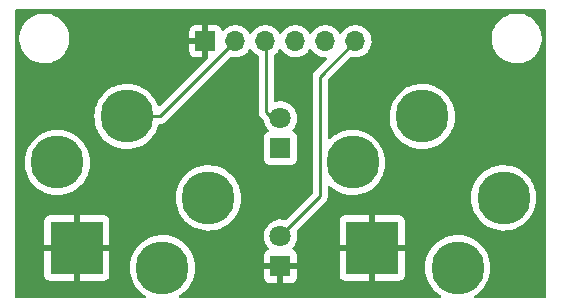
<source format=gtl>
G04 #@! TF.GenerationSoftware,KiCad,Pcbnew,6.0.2-378541a8eb~116~ubuntu20.04.1*
G04 #@! TF.CreationDate,2022-03-12T15:30:31-05:00*
G04 #@! TF.ProjectId,irinput_b3,6972696e-7075-4745-9f62-332e6b696361,rev?*
G04 #@! TF.SameCoordinates,Original*
G04 #@! TF.FileFunction,Copper,L1,Top*
G04 #@! TF.FilePolarity,Positive*
%FSLAX46Y46*%
G04 Gerber Fmt 4.6, Leading zero omitted, Abs format (unit mm)*
G04 Created by KiCad (PCBNEW 6.0.2-378541a8eb~116~ubuntu20.04.1) date 2022-03-12 15:30:31*
%MOMM*%
%LPD*%
G01*
G04 APERTURE LIST*
G04 #@! TA.AperFunction,ComponentPad*
%ADD10C,4.500001*%
G04 #@! TD*
G04 #@! TA.AperFunction,ComponentPad*
%ADD11R,4.500001X4.500001*%
G04 #@! TD*
G04 #@! TA.AperFunction,ComponentPad*
%ADD12C,4.500000*%
G04 #@! TD*
G04 #@! TA.AperFunction,ComponentPad*
%ADD13R,1.800000X1.800000*%
G04 #@! TD*
G04 #@! TA.AperFunction,ComponentPad*
%ADD14C,1.800000*%
G04 #@! TD*
G04 #@! TA.AperFunction,ComponentPad*
%ADD15R,1.700000X1.700000*%
G04 #@! TD*
G04 #@! TA.AperFunction,ComponentPad*
%ADD16O,1.700000X1.700000*%
G04 #@! TD*
G04 #@! TA.AperFunction,Conductor*
%ADD17C,0.250000*%
G04 #@! TD*
G04 APERTURE END LIST*
D10*
G04 #@! TO.P,J6,R*
G04 #@! TO.N,N/C*
X168899999Y-103749999D03*
G04 #@! TO.P,J6,RN*
X164999999Y-109649999D03*
D11*
G04 #@! TO.P,J6,S*
G04 #@! TO.N,Board_0-GND1*
X157759999Y-107989999D03*
D12*
G04 #@! TO.P,J6,T*
G04 #@! TO.N,Board_0-/GATE_OUT_P*
X161999999Y-96849999D03*
G04 #@! TO.P,J6,TN*
G04 #@! TO.N,N/C*
X156099999Y-100749999D03*
G04 #@! TD*
D13*
G04 #@! TO.P,D6,1,KA*
G04 #@! TO.N,Board_0-/CV_LED_1_P*
X149999999Y-99524999D03*
D14*
G04 #@! TO.P,D6,2,AK*
G04 #@! TO.N,Board_0-/CV_LED_2_P*
X149999999Y-96984999D03*
G04 #@! TD*
D10*
G04 #@! TO.P,J7,R*
G04 #@! TO.N,N/C*
X143899999Y-103749999D03*
G04 #@! TO.P,J7,RN*
X139999999Y-109649999D03*
D11*
G04 #@! TO.P,J7,S*
G04 #@! TO.N,Board_0-GND1*
X132759999Y-107989999D03*
D12*
G04 #@! TO.P,J7,T*
G04 #@! TO.N,Board_0-/CV_OUT_P*
X136999999Y-96849999D03*
G04 #@! TO.P,J7,TN*
G04 #@! TO.N,N/C*
X131099999Y-100749999D03*
G04 #@! TD*
D13*
G04 #@! TO.P,D5,1,K*
G04 #@! TO.N,Board_0-GND1*
X149999999Y-109524999D03*
D14*
G04 #@! TO.P,D5,2,A*
G04 #@! TO.N,Board_0-/GATE_LED_P*
X149999999Y-106984999D03*
G04 #@! TD*
D15*
G04 #@! TO.P,J5,1,Pin_1*
G04 #@! TO.N,Board_0-GND1*
X143649999Y-90479999D03*
D16*
G04 #@! TO.P,J5,2,Pin_2*
G04 #@! TO.N,Board_0-/CV_OUT_P*
X146189999Y-90479999D03*
G04 #@! TO.P,J5,3,Pin_3*
G04 #@! TO.N,Board_0-/CV_LED_2_P*
X148729999Y-90479999D03*
G04 #@! TO.P,J5,4,Pin_4*
G04 #@! TO.N,Board_0-/CV_LED_1_P*
X151269999Y-90479999D03*
G04 #@! TO.P,J5,5,Pin_5*
G04 #@! TO.N,Board_0-/GATE_OUT_P*
X153809999Y-90479999D03*
G04 #@! TO.P,J5,6,Pin_6*
G04 #@! TO.N,Board_0-/GATE_LED_P*
X156349999Y-90479999D03*
G04 #@! TD*
D17*
G04 #@! TO.N,Board_0-/CV_LED_2_P*
X148786999Y-96466278D02*
X148786999Y-90536999D01*
X149305720Y-96984999D02*
X148786999Y-96466278D01*
G04 #@! TO.N,Board_0-/CV_OUT_P*
X139819999Y-96849999D02*
X146189999Y-90479999D01*
X137999999Y-96849999D02*
X139819999Y-96849999D01*
G04 #@! TO.N,Board_0-/GATE_LED_P*
X153358999Y-93470999D02*
X156349999Y-90479999D01*
X149999999Y-106984999D02*
X153358999Y-103625999D01*
X153358999Y-103625999D02*
X153358999Y-93470999D01*
G04 #@! TD*
G04 #@! TA.AperFunction,Conductor*
G04 #@! TO.N,Board_0-GND1*
G36*
X172434120Y-87778001D02*
G01*
X172480613Y-87831657D01*
X172491999Y-87883999D01*
X172491999Y-112115999D01*
X172471997Y-112184120D01*
X172418341Y-112230613D01*
X172365999Y-112241999D01*
X166497514Y-112241999D01*
X166429393Y-112221997D01*
X166382900Y-112168341D01*
X166372796Y-112098067D01*
X166402290Y-112033487D01*
X166434229Y-112007045D01*
X166529320Y-111951812D01*
X166532342Y-111949531D01*
X166532346Y-111949528D01*
X166791752Y-111753696D01*
X166791753Y-111753695D01*
X166794776Y-111751413D01*
X167034234Y-111520574D01*
X167244226Y-111262640D01*
X167421709Y-110981346D01*
X167564113Y-110680766D01*
X167669376Y-110365256D01*
X167735971Y-110039385D01*
X167762935Y-109707874D01*
X167763541Y-109649999D01*
X167762025Y-109624852D01*
X167743754Y-109321771D01*
X167743753Y-109321764D01*
X167743526Y-109317996D01*
X167683769Y-108990802D01*
X167585138Y-108673156D01*
X167449060Y-108369661D01*
X167329862Y-108171674D01*
X167279465Y-108087965D01*
X167279461Y-108087959D01*
X167277506Y-108084712D01*
X167275179Y-108081728D01*
X167275174Y-108081721D01*
X167075293Y-107825424D01*
X167075287Y-107825417D01*
X167072962Y-107822436D01*
X166838391Y-107586633D01*
X166577190Y-107380719D01*
X166293143Y-107207676D01*
X166172045Y-107152616D01*
X165993816Y-107071579D01*
X165993808Y-107071576D01*
X165990364Y-107070010D01*
X165673239Y-106969717D01*
X165450895Y-106927905D01*
X165350086Y-106908948D01*
X165350084Y-106908948D01*
X165346363Y-106908248D01*
X165014469Y-106886495D01*
X165010689Y-106886703D01*
X165010688Y-106886703D01*
X164912917Y-106892084D01*
X164682365Y-106904772D01*
X164678638Y-106905433D01*
X164678634Y-106905433D01*
X164453488Y-106945335D01*
X164354863Y-106962814D01*
X164351238Y-106963919D01*
X164351233Y-106963920D01*
X164271031Y-106988364D01*
X164036706Y-107059781D01*
X164033242Y-107061312D01*
X164033235Y-107061315D01*
X163846050Y-107144069D01*
X163732502Y-107194268D01*
X163729248Y-107196204D01*
X163729242Y-107196207D01*
X163590848Y-107278543D01*
X163446658Y-107364327D01*
X163443657Y-107366642D01*
X163443653Y-107366645D01*
X163347019Y-107441198D01*
X163183315Y-107567495D01*
X162946287Y-107800828D01*
X162739008Y-108060948D01*
X162564480Y-108344085D01*
X162425231Y-108646139D01*
X162424072Y-108649739D01*
X162424069Y-108649746D01*
X162415367Y-108676770D01*
X162323279Y-108962734D01*
X162322560Y-108966450D01*
X162322558Y-108966458D01*
X162260818Y-109285566D01*
X162260099Y-109289284D01*
X162259832Y-109293060D01*
X162259831Y-109293065D01*
X162258066Y-109317996D01*
X162236609Y-109621060D01*
X162253146Y-109953254D01*
X162253787Y-109956985D01*
X162253788Y-109956993D01*
X162268585Y-110043102D01*
X162309473Y-110281056D01*
X162310561Y-110284695D01*
X162310562Y-110284698D01*
X162403579Y-110595723D01*
X162404773Y-110599717D01*
X162406286Y-110603188D01*
X162406288Y-110603194D01*
X162483664Y-110780723D01*
X162537665Y-110904621D01*
X162539588Y-110907892D01*
X162539590Y-110907896D01*
X162580748Y-110977908D01*
X162706225Y-111191351D01*
X162708526Y-111194366D01*
X162905711Y-111452741D01*
X162905716Y-111452747D01*
X162908011Y-111455754D01*
X163140101Y-111694001D01*
X163399131Y-111902639D01*
X163481034Y-111953718D01*
X163569815Y-112009087D01*
X163617032Y-112062107D01*
X163628088Y-112132237D01*
X163599474Y-112197212D01*
X163540274Y-112236402D01*
X163503139Y-112241999D01*
X141497514Y-112241999D01*
X141429393Y-112221997D01*
X141382900Y-112168341D01*
X141372796Y-112098067D01*
X141402290Y-112033487D01*
X141434229Y-112007045D01*
X141529320Y-111951812D01*
X141532342Y-111949531D01*
X141532346Y-111949528D01*
X141791752Y-111753696D01*
X141791753Y-111753695D01*
X141794776Y-111751413D01*
X142034234Y-111520574D01*
X142244226Y-111262640D01*
X142421709Y-110981346D01*
X142564113Y-110680766D01*
X142634541Y-110469668D01*
X148592000Y-110469668D01*
X148592370Y-110476489D01*
X148597894Y-110527351D01*
X148601520Y-110542603D01*
X148646675Y-110663053D01*
X148655213Y-110678648D01*
X148731714Y-110780723D01*
X148744275Y-110793284D01*
X148846350Y-110869785D01*
X148861945Y-110878323D01*
X148982393Y-110923477D01*
X148997648Y-110927104D01*
X149048513Y-110932630D01*
X149055327Y-110932999D01*
X149727884Y-110932999D01*
X149743123Y-110928524D01*
X149744328Y-110927134D01*
X149745999Y-110919451D01*
X149745999Y-110914883D01*
X150253999Y-110914883D01*
X150258474Y-110930122D01*
X150259864Y-110931327D01*
X150267547Y-110932998D01*
X150944668Y-110932998D01*
X150951489Y-110932628D01*
X151002351Y-110927104D01*
X151017603Y-110923478D01*
X151138053Y-110878323D01*
X151153648Y-110869785D01*
X151255723Y-110793284D01*
X151268284Y-110780723D01*
X151344785Y-110678648D01*
X151353323Y-110663053D01*
X151398477Y-110542605D01*
X151402104Y-110527350D01*
X151407630Y-110476485D01*
X151407999Y-110469671D01*
X151407999Y-110284668D01*
X155002000Y-110284668D01*
X155002370Y-110291489D01*
X155007894Y-110342351D01*
X155011520Y-110357603D01*
X155056675Y-110478053D01*
X155065213Y-110493648D01*
X155141714Y-110595723D01*
X155154275Y-110608284D01*
X155256350Y-110684785D01*
X155271945Y-110693323D01*
X155392393Y-110738477D01*
X155407648Y-110742104D01*
X155458513Y-110747630D01*
X155465327Y-110747999D01*
X157487884Y-110747999D01*
X157503123Y-110743524D01*
X157504328Y-110742134D01*
X157505999Y-110734451D01*
X157505999Y-110729883D01*
X158013999Y-110729883D01*
X158018474Y-110745122D01*
X158019864Y-110746327D01*
X158027547Y-110747998D01*
X160054668Y-110747998D01*
X160061489Y-110747628D01*
X160112351Y-110742104D01*
X160127603Y-110738478D01*
X160248053Y-110693323D01*
X160263648Y-110684785D01*
X160365723Y-110608284D01*
X160378284Y-110595723D01*
X160454785Y-110493648D01*
X160463323Y-110478053D01*
X160508477Y-110357605D01*
X160512104Y-110342350D01*
X160517630Y-110291485D01*
X160517999Y-110284671D01*
X160517999Y-108262114D01*
X160513524Y-108246875D01*
X160512134Y-108245670D01*
X160504451Y-108243999D01*
X158032114Y-108243999D01*
X158016875Y-108248474D01*
X158015670Y-108249864D01*
X158013999Y-108257547D01*
X158013999Y-110729883D01*
X157505999Y-110729883D01*
X157505999Y-108262114D01*
X157501524Y-108246875D01*
X157500134Y-108245670D01*
X157492451Y-108243999D01*
X155020115Y-108243999D01*
X155004876Y-108248474D01*
X155003671Y-108249864D01*
X155002000Y-108257547D01*
X155002000Y-110284668D01*
X151407999Y-110284668D01*
X151407999Y-109797114D01*
X151403524Y-109781875D01*
X151402134Y-109780670D01*
X151394451Y-109778999D01*
X150272114Y-109778999D01*
X150256875Y-109783474D01*
X150255670Y-109784864D01*
X150253999Y-109792547D01*
X150253999Y-110914883D01*
X149745999Y-110914883D01*
X149745999Y-109797114D01*
X149741524Y-109781875D01*
X149740134Y-109780670D01*
X149732451Y-109778999D01*
X148610115Y-109778999D01*
X148594876Y-109783474D01*
X148593671Y-109784864D01*
X148592000Y-109792547D01*
X148592000Y-110469668D01*
X142634541Y-110469668D01*
X142669376Y-110365256D01*
X142735971Y-110039385D01*
X142762935Y-109707874D01*
X142763541Y-109649999D01*
X142762025Y-109624852D01*
X142743754Y-109321771D01*
X142743753Y-109321764D01*
X142743526Y-109317996D01*
X142683769Y-108990802D01*
X142585138Y-108673156D01*
X142449060Y-108369661D01*
X142329862Y-108171674D01*
X142279465Y-108087965D01*
X142279461Y-108087959D01*
X142277506Y-108084712D01*
X142275179Y-108081728D01*
X142275174Y-108081721D01*
X142075293Y-107825424D01*
X142075287Y-107825417D01*
X142072962Y-107822436D01*
X141838391Y-107586633D01*
X141577190Y-107380719D01*
X141293143Y-107207676D01*
X141172045Y-107152616D01*
X140993816Y-107071579D01*
X140993808Y-107071576D01*
X140990364Y-107070010D01*
X140673239Y-106969717D01*
X140450895Y-106927905D01*
X140350086Y-106908948D01*
X140350084Y-106908948D01*
X140346363Y-106908248D01*
X140014469Y-106886495D01*
X140010689Y-106886703D01*
X140010688Y-106886703D01*
X139912917Y-106892084D01*
X139682365Y-106904772D01*
X139678638Y-106905433D01*
X139678634Y-106905433D01*
X139453488Y-106945335D01*
X139354863Y-106962814D01*
X139351238Y-106963919D01*
X139351233Y-106963920D01*
X139271031Y-106988364D01*
X139036706Y-107059781D01*
X139033242Y-107061312D01*
X139033235Y-107061315D01*
X138846050Y-107144069D01*
X138732502Y-107194268D01*
X138729248Y-107196204D01*
X138729242Y-107196207D01*
X138590848Y-107278543D01*
X138446658Y-107364327D01*
X138443657Y-107366642D01*
X138443653Y-107366645D01*
X138347019Y-107441198D01*
X138183315Y-107567495D01*
X137946287Y-107800828D01*
X137739008Y-108060948D01*
X137564480Y-108344085D01*
X137425231Y-108646139D01*
X137424072Y-108649739D01*
X137424069Y-108649746D01*
X137415367Y-108676770D01*
X137323279Y-108962734D01*
X137322560Y-108966450D01*
X137322558Y-108966458D01*
X137260818Y-109285566D01*
X137260099Y-109289284D01*
X137259832Y-109293060D01*
X137259831Y-109293065D01*
X137258066Y-109317996D01*
X137236609Y-109621060D01*
X137253146Y-109953254D01*
X137253787Y-109956985D01*
X137253788Y-109956993D01*
X137268585Y-110043102D01*
X137309473Y-110281056D01*
X137310561Y-110284695D01*
X137310562Y-110284698D01*
X137403579Y-110595723D01*
X137404773Y-110599717D01*
X137406286Y-110603188D01*
X137406288Y-110603194D01*
X137483664Y-110780723D01*
X137537665Y-110904621D01*
X137539588Y-110907892D01*
X137539590Y-110907896D01*
X137580748Y-110977908D01*
X137706225Y-111191351D01*
X137708526Y-111194366D01*
X137905711Y-111452741D01*
X137905716Y-111452747D01*
X137908011Y-111455754D01*
X138140101Y-111694001D01*
X138399131Y-111902639D01*
X138481034Y-111953718D01*
X138569815Y-112009087D01*
X138617032Y-112062107D01*
X138628088Y-112132237D01*
X138599474Y-112197212D01*
X138540274Y-112236402D01*
X138503139Y-112241999D01*
X127633999Y-112241999D01*
X127565878Y-112221997D01*
X127519385Y-112168341D01*
X127507999Y-112115999D01*
X127507999Y-110284668D01*
X130002000Y-110284668D01*
X130002370Y-110291489D01*
X130007894Y-110342351D01*
X130011520Y-110357603D01*
X130056675Y-110478053D01*
X130065213Y-110493648D01*
X130141714Y-110595723D01*
X130154275Y-110608284D01*
X130256350Y-110684785D01*
X130271945Y-110693323D01*
X130392393Y-110738477D01*
X130407648Y-110742104D01*
X130458513Y-110747630D01*
X130465327Y-110747999D01*
X132487884Y-110747999D01*
X132503123Y-110743524D01*
X132504328Y-110742134D01*
X132505999Y-110734451D01*
X132505999Y-110729883D01*
X133013999Y-110729883D01*
X133018474Y-110745122D01*
X133019864Y-110746327D01*
X133027547Y-110747998D01*
X135054668Y-110747998D01*
X135061489Y-110747628D01*
X135112351Y-110742104D01*
X135127603Y-110738478D01*
X135248053Y-110693323D01*
X135263648Y-110684785D01*
X135365723Y-110608284D01*
X135378284Y-110595723D01*
X135454785Y-110493648D01*
X135463323Y-110478053D01*
X135508477Y-110357605D01*
X135512104Y-110342350D01*
X135517630Y-110291485D01*
X135517999Y-110284671D01*
X135517999Y-108262114D01*
X135513524Y-108246875D01*
X135512134Y-108245670D01*
X135504451Y-108243999D01*
X133032114Y-108243999D01*
X133016875Y-108248474D01*
X133015670Y-108249864D01*
X133013999Y-108257547D01*
X133013999Y-110729883D01*
X132505999Y-110729883D01*
X132505999Y-108262114D01*
X132501524Y-108246875D01*
X132500134Y-108245670D01*
X132492451Y-108243999D01*
X130020115Y-108243999D01*
X130004876Y-108248474D01*
X130003671Y-108249864D01*
X130002000Y-108257547D01*
X130002000Y-110284668D01*
X127507999Y-110284668D01*
X127507999Y-107717884D01*
X130001999Y-107717884D01*
X130006474Y-107733123D01*
X130007864Y-107734328D01*
X130015547Y-107735999D01*
X132487884Y-107735999D01*
X132503123Y-107731524D01*
X132504328Y-107730134D01*
X132505999Y-107722451D01*
X132505999Y-107717884D01*
X133013999Y-107717884D01*
X133018474Y-107733123D01*
X133019864Y-107734328D01*
X133027547Y-107735999D01*
X135499883Y-107735999D01*
X135515122Y-107731524D01*
X135516327Y-107730134D01*
X135517998Y-107722451D01*
X135517998Y-105695330D01*
X135517628Y-105688509D01*
X135512104Y-105637647D01*
X135508478Y-105622395D01*
X135463323Y-105501945D01*
X135454785Y-105486350D01*
X135378284Y-105384275D01*
X135365723Y-105371714D01*
X135263648Y-105295213D01*
X135248053Y-105286675D01*
X135127605Y-105241521D01*
X135112350Y-105237894D01*
X135061485Y-105232368D01*
X135054671Y-105231999D01*
X133032114Y-105231999D01*
X133016875Y-105236474D01*
X133015670Y-105237864D01*
X133013999Y-105245547D01*
X133013999Y-107717884D01*
X132505999Y-107717884D01*
X132505999Y-105250115D01*
X132501524Y-105234876D01*
X132500134Y-105233671D01*
X132492451Y-105232000D01*
X130465330Y-105232000D01*
X130458509Y-105232370D01*
X130407647Y-105237894D01*
X130392395Y-105241520D01*
X130271945Y-105286675D01*
X130256350Y-105295213D01*
X130154275Y-105371714D01*
X130141714Y-105384275D01*
X130065213Y-105486350D01*
X130056675Y-105501945D01*
X130011521Y-105622393D01*
X130007894Y-105637648D01*
X130002368Y-105688513D01*
X130001999Y-105695327D01*
X130001999Y-107717884D01*
X127507999Y-107717884D01*
X127507999Y-103721060D01*
X141136609Y-103721060D01*
X141140355Y-103796317D01*
X141152615Y-104042580D01*
X141153146Y-104053254D01*
X141153787Y-104056985D01*
X141153788Y-104056993D01*
X141168585Y-104143102D01*
X141209473Y-104381056D01*
X141304773Y-104699717D01*
X141306286Y-104703188D01*
X141306288Y-104703194D01*
X141397457Y-104912369D01*
X141437665Y-105004621D01*
X141606225Y-105291351D01*
X141608526Y-105294366D01*
X141805711Y-105552741D01*
X141805716Y-105552747D01*
X141808011Y-105555754D01*
X141861000Y-105610149D01*
X142032952Y-105786662D01*
X142040101Y-105794001D01*
X142299131Y-106002639D01*
X142381034Y-106053718D01*
X142454982Y-106099836D01*
X142581351Y-106178647D01*
X142882671Y-106319475D01*
X143198728Y-106423084D01*
X143524943Y-106487972D01*
X143528715Y-106488259D01*
X143528723Y-106488260D01*
X143852814Y-106512913D01*
X143852819Y-106512913D01*
X143856591Y-106513200D01*
X144188868Y-106498402D01*
X144225529Y-106492300D01*
X144513219Y-106444416D01*
X144513224Y-106444415D01*
X144516960Y-106443793D01*
X144836115Y-106350163D01*
X144839582Y-106348673D01*
X144839586Y-106348672D01*
X145138227Y-106220365D01*
X145138229Y-106220364D01*
X145141711Y-106218868D01*
X145429320Y-106051812D01*
X145432342Y-106049531D01*
X145432346Y-106049528D01*
X145691752Y-105853696D01*
X145691753Y-105853695D01*
X145694776Y-105851413D01*
X145906616Y-105647198D01*
X145931507Y-105623203D01*
X145931508Y-105623202D01*
X145934234Y-105620574D01*
X146144226Y-105362640D01*
X146321709Y-105081346D01*
X146464113Y-104780766D01*
X146569376Y-104465256D01*
X146635971Y-104139385D01*
X146662935Y-103807874D01*
X146663541Y-103749999D01*
X146662025Y-103724852D01*
X146643754Y-103421771D01*
X146643753Y-103421764D01*
X146643526Y-103417996D01*
X146606810Y-103216961D01*
X146584450Y-103094529D01*
X146584449Y-103094524D01*
X146583769Y-103090802D01*
X146572255Y-103053718D01*
X146491610Y-102794001D01*
X146485138Y-102773156D01*
X146349060Y-102469661D01*
X146241708Y-102291351D01*
X146179465Y-102187965D01*
X146179461Y-102187959D01*
X146177506Y-102184712D01*
X146175179Y-102181728D01*
X146175174Y-102181721D01*
X145975293Y-101925424D01*
X145975287Y-101925417D01*
X145972962Y-101922436D01*
X145738391Y-101686633D01*
X145477190Y-101480719D01*
X145193143Y-101307676D01*
X145072045Y-101252616D01*
X144893816Y-101171579D01*
X144893808Y-101171576D01*
X144890364Y-101170010D01*
X144573239Y-101069717D01*
X144350895Y-101027905D01*
X144250086Y-101008948D01*
X144250084Y-101008948D01*
X144246363Y-101008248D01*
X143914469Y-100986495D01*
X143910689Y-100986703D01*
X143910688Y-100986703D01*
X143812917Y-100992084D01*
X143582365Y-101004772D01*
X143578638Y-101005433D01*
X143578634Y-101005433D01*
X143330190Y-101049464D01*
X143254863Y-101062814D01*
X143251238Y-101063919D01*
X143251233Y-101063920D01*
X143043682Y-101127177D01*
X142936706Y-101159781D01*
X142933242Y-101161312D01*
X142933235Y-101161315D01*
X142746050Y-101244069D01*
X142632502Y-101294268D01*
X142629248Y-101296204D01*
X142629242Y-101296207D01*
X142351322Y-101461552D01*
X142346658Y-101464327D01*
X142083315Y-101667495D01*
X141846287Y-101900828D01*
X141639008Y-102160948D01*
X141464480Y-102444085D01*
X141325231Y-102746139D01*
X141324072Y-102749739D01*
X141324069Y-102749746D01*
X141226796Y-103051812D01*
X141223279Y-103062734D01*
X141222560Y-103066450D01*
X141222558Y-103066458D01*
X141167956Y-103348672D01*
X141160099Y-103389284D01*
X141159832Y-103393060D01*
X141159831Y-103393065D01*
X141137673Y-103706029D01*
X141136609Y-103721060D01*
X127507999Y-103721060D01*
X127507999Y-100721060D01*
X128336609Y-100721060D01*
X128336798Y-100724852D01*
X128350906Y-101008248D01*
X128353146Y-101053254D01*
X128353787Y-101056985D01*
X128353788Y-101056993D01*
X128396864Y-101307676D01*
X128409473Y-101381056D01*
X128410561Y-101384695D01*
X128410562Y-101384698D01*
X128501663Y-101689317D01*
X128504773Y-101699717D01*
X128506286Y-101703188D01*
X128506288Y-101703194D01*
X128591266Y-101898165D01*
X128637665Y-102004621D01*
X128806225Y-102291351D01*
X128808526Y-102294366D01*
X129005711Y-102552741D01*
X129005716Y-102552747D01*
X129008011Y-102555754D01*
X129010655Y-102558468D01*
X129219795Y-102773156D01*
X129240101Y-102794001D01*
X129499131Y-103002639D01*
X129781351Y-103178647D01*
X130082671Y-103319475D01*
X130086280Y-103320658D01*
X130394723Y-103421771D01*
X130398728Y-103423084D01*
X130724943Y-103487972D01*
X130728715Y-103488259D01*
X130728723Y-103488260D01*
X131052814Y-103512913D01*
X131052819Y-103512913D01*
X131056591Y-103513200D01*
X131388868Y-103498402D01*
X131393400Y-103497648D01*
X131713219Y-103444416D01*
X131713224Y-103444415D01*
X131716960Y-103443793D01*
X132036115Y-103350163D01*
X132039582Y-103348673D01*
X132039586Y-103348672D01*
X132338227Y-103220365D01*
X132338229Y-103220364D01*
X132341711Y-103218868D01*
X132629320Y-103051812D01*
X132632342Y-103049531D01*
X132632346Y-103049528D01*
X132891752Y-102853696D01*
X132891753Y-102853695D01*
X132894776Y-102851413D01*
X133134234Y-102620574D01*
X133344226Y-102362640D01*
X133521709Y-102081346D01*
X133664113Y-101780766D01*
X133695519Y-101686633D01*
X133768179Y-101468843D01*
X133769376Y-101465256D01*
X133835971Y-101139385D01*
X133862935Y-100807874D01*
X133863541Y-100749999D01*
X133862025Y-100724852D01*
X133843754Y-100421771D01*
X133843753Y-100421764D01*
X133843526Y-100417996D01*
X133783769Y-100090802D01*
X133685138Y-99773156D01*
X133549060Y-99469661D01*
X133457127Y-99316961D01*
X133379465Y-99187965D01*
X133379461Y-99187959D01*
X133377506Y-99184712D01*
X133375179Y-99181728D01*
X133375174Y-99181721D01*
X133175293Y-98925424D01*
X133175287Y-98925417D01*
X133172962Y-98922436D01*
X132938391Y-98686633D01*
X132677190Y-98480719D01*
X132393143Y-98307676D01*
X132272045Y-98252616D01*
X132093816Y-98171579D01*
X132093808Y-98171576D01*
X132090364Y-98170010D01*
X131773239Y-98069717D01*
X131550895Y-98027905D01*
X131450086Y-98008948D01*
X131450084Y-98008948D01*
X131446363Y-98008248D01*
X131114469Y-97986495D01*
X131110689Y-97986703D01*
X131110688Y-97986703D01*
X131012917Y-97992084D01*
X130782365Y-98004772D01*
X130778638Y-98005433D01*
X130778634Y-98005433D01*
X130583015Y-98040102D01*
X130454863Y-98062814D01*
X130451238Y-98063919D01*
X130451233Y-98063920D01*
X130306945Y-98107896D01*
X130136706Y-98159781D01*
X130133242Y-98161312D01*
X130133235Y-98161315D01*
X129946050Y-98244069D01*
X129832502Y-98294268D01*
X129829248Y-98296204D01*
X129829242Y-98296207D01*
X129664252Y-98394366D01*
X129546658Y-98464327D01*
X129543657Y-98466642D01*
X129543653Y-98466645D01*
X129447019Y-98541198D01*
X129283315Y-98667495D01*
X129046287Y-98900828D01*
X128839008Y-99160948D01*
X128664480Y-99444085D01*
X128525231Y-99746139D01*
X128524072Y-99749739D01*
X128524069Y-99749746D01*
X128515367Y-99776770D01*
X128423279Y-100062734D01*
X128360099Y-100389284D01*
X128359832Y-100393060D01*
X128359831Y-100393065D01*
X128336877Y-100717271D01*
X128336609Y-100721060D01*
X127507999Y-100721060D01*
X127507999Y-96821060D01*
X134236609Y-96821060D01*
X134253146Y-97153254D01*
X134253787Y-97156985D01*
X134253788Y-97156993D01*
X134307961Y-97472255D01*
X134309473Y-97481056D01*
X134310561Y-97484695D01*
X134310562Y-97484698D01*
X134380070Y-97717115D01*
X134404773Y-97799717D01*
X134406286Y-97803188D01*
X134406288Y-97803194D01*
X134448919Y-97901004D01*
X134537665Y-98104621D01*
X134539588Y-98107892D01*
X134539590Y-98107896D01*
X134580748Y-98177908D01*
X134706225Y-98391351D01*
X134708526Y-98394366D01*
X134905711Y-98652741D01*
X134905716Y-98652747D01*
X134908011Y-98655754D01*
X135140101Y-98894001D01*
X135399131Y-99102639D01*
X135681351Y-99278647D01*
X135982671Y-99419475D01*
X136298728Y-99523084D01*
X136624943Y-99587972D01*
X136628715Y-99588259D01*
X136628723Y-99588260D01*
X136952814Y-99612913D01*
X136952819Y-99612913D01*
X136956591Y-99613200D01*
X137288868Y-99598402D01*
X137293400Y-99597648D01*
X137613219Y-99544416D01*
X137613224Y-99544415D01*
X137616960Y-99543793D01*
X137936115Y-99450163D01*
X137939582Y-99448673D01*
X137939586Y-99448672D01*
X138238227Y-99320365D01*
X138238229Y-99320364D01*
X138241711Y-99318868D01*
X138529320Y-99151812D01*
X138532342Y-99149531D01*
X138532346Y-99149528D01*
X138791752Y-98953696D01*
X138791753Y-98953695D01*
X138794776Y-98951413D01*
X139034234Y-98720574D01*
X139244226Y-98462640D01*
X139421709Y-98181346D01*
X139425008Y-98174384D01*
X139562484Y-97884204D01*
X139564113Y-97880766D01*
X139667448Y-97571036D01*
X139707980Y-97512748D01*
X139773592Y-97485625D01*
X139783011Y-97484975D01*
X139824365Y-97483675D01*
X139827985Y-97483561D01*
X139831944Y-97483499D01*
X139859855Y-97483499D01*
X139863790Y-97483002D01*
X139863855Y-97482994D01*
X139875692Y-97482061D01*
X139907950Y-97481047D01*
X139911969Y-97480921D01*
X139919888Y-97480672D01*
X139939342Y-97475020D01*
X139958699Y-97471012D01*
X139970929Y-97469467D01*
X139970930Y-97469467D01*
X139978796Y-97468473D01*
X139986167Y-97465554D01*
X139986169Y-97465554D01*
X140019911Y-97452195D01*
X140031141Y-97448350D01*
X140065982Y-97438228D01*
X140065983Y-97438228D01*
X140073592Y-97436017D01*
X140080411Y-97431984D01*
X140080416Y-97431982D01*
X140091027Y-97425706D01*
X140108775Y-97417011D01*
X140127616Y-97409551D01*
X140163386Y-97383563D01*
X140173306Y-97377047D01*
X140204534Y-97358579D01*
X140204537Y-97358577D01*
X140211361Y-97354541D01*
X140225682Y-97340220D01*
X140240716Y-97327379D01*
X140250693Y-97320130D01*
X140257106Y-97315471D01*
X140285297Y-97281394D01*
X140293287Y-97272615D01*
X145734548Y-91831354D01*
X145796860Y-91797328D01*
X145848761Y-91796978D01*
X146028596Y-91833566D01*
X146033771Y-91833756D01*
X146033773Y-91833756D01*
X146246672Y-91841563D01*
X146246676Y-91841563D01*
X146251836Y-91841752D01*
X146256956Y-91841096D01*
X146256958Y-91841096D01*
X146468287Y-91814024D01*
X146468288Y-91814024D01*
X146473415Y-91813367D01*
X146512433Y-91801661D01*
X146682428Y-91750660D01*
X146682433Y-91750658D01*
X146687383Y-91749173D01*
X146887993Y-91650895D01*
X147069859Y-91521172D01*
X147138794Y-91452478D01*
X147224434Y-91367136D01*
X147228095Y-91363488D01*
X147358452Y-91182076D01*
X147359775Y-91183027D01*
X147406644Y-91139856D01*
X147476579Y-91127624D01*
X147542025Y-91155143D01*
X147569874Y-91186993D01*
X147629986Y-91285087D01*
X147776249Y-91453937D01*
X147948125Y-91596631D01*
X148091070Y-91680161D01*
X148139793Y-91731798D01*
X148153499Y-91788948D01*
X148153499Y-96387511D01*
X148152972Y-96398694D01*
X148151297Y-96406187D01*
X148151546Y-96414113D01*
X148151546Y-96414114D01*
X148153437Y-96474264D01*
X148153499Y-96478223D01*
X148153499Y-96506134D01*
X148153996Y-96510068D01*
X148153996Y-96510069D01*
X148154004Y-96510134D01*
X148154937Y-96521971D01*
X148156326Y-96566167D01*
X148161977Y-96585617D01*
X148165986Y-96604978D01*
X148168525Y-96625075D01*
X148171444Y-96632446D01*
X148171444Y-96632448D01*
X148184803Y-96666190D01*
X148188648Y-96677420D01*
X148200981Y-96719871D01*
X148205014Y-96726690D01*
X148205016Y-96726695D01*
X148211292Y-96737306D01*
X148219987Y-96755054D01*
X148227447Y-96773895D01*
X148232109Y-96780311D01*
X148232109Y-96780312D01*
X148253435Y-96809665D01*
X148259951Y-96819585D01*
X148282457Y-96857640D01*
X148296778Y-96871961D01*
X148309618Y-96886994D01*
X148321527Y-96903385D01*
X148327633Y-96908436D01*
X148355604Y-96931576D01*
X148364383Y-96939566D01*
X148572854Y-97148037D01*
X148606676Y-97209431D01*
X148625200Y-97291627D01*
X148651345Y-97407641D01*
X148653287Y-97412423D01*
X148653288Y-97412427D01*
X148713842Y-97561552D01*
X148738483Y-97622236D01*
X148859500Y-97819718D01*
X148862881Y-97823621D01*
X148971303Y-97948787D01*
X149000785Y-98013372D01*
X148990670Y-98083645D01*
X148944169Y-98137293D01*
X148920295Y-98149266D01*
X148892247Y-98159781D01*
X148853294Y-98174384D01*
X148736738Y-98261738D01*
X148649384Y-98378294D01*
X148598254Y-98514683D01*
X148591499Y-98576865D01*
X148591499Y-100473133D01*
X148598254Y-100535315D01*
X148649384Y-100671704D01*
X148736738Y-100788260D01*
X148853294Y-100875614D01*
X148989683Y-100926744D01*
X149051865Y-100933499D01*
X150948133Y-100933499D01*
X151010315Y-100926744D01*
X151146704Y-100875614D01*
X151263260Y-100788260D01*
X151350614Y-100671704D01*
X151401744Y-100535315D01*
X151408499Y-100473133D01*
X151408499Y-98576865D01*
X151401744Y-98514683D01*
X151350614Y-98378294D01*
X151263260Y-98261738D01*
X151146704Y-98174384D01*
X151138295Y-98171232D01*
X151138294Y-98171231D01*
X151079803Y-98149304D01*
X151023038Y-98106663D01*
X150998338Y-98040102D01*
X151013545Y-97970753D01*
X151035092Y-97942072D01*
X151072635Y-97904659D01*
X151072639Y-97904654D01*
X151076302Y-97901004D01*
X151090845Y-97880766D01*
X151137874Y-97815317D01*
X151211457Y-97712916D01*
X151258640Y-97617449D01*
X151311783Y-97509921D01*
X151311784Y-97509919D01*
X151314077Y-97505279D01*
X151381407Y-97283670D01*
X151411639Y-97054040D01*
X151413326Y-96984999D01*
X151404033Y-96871961D01*
X151394772Y-96759317D01*
X151394771Y-96759311D01*
X151394348Y-96754166D01*
X151337924Y-96529532D01*
X151334639Y-96521977D01*
X151247629Y-96321867D01*
X151247627Y-96321864D01*
X151245569Y-96317130D01*
X151119763Y-96122664D01*
X150963886Y-95951357D01*
X150959835Y-95948158D01*
X150959831Y-95948154D01*
X150786176Y-95811010D01*
X150786171Y-95811007D01*
X150782122Y-95807809D01*
X150777606Y-95805316D01*
X150777603Y-95805314D01*
X150583878Y-95698372D01*
X150583874Y-95698370D01*
X150579354Y-95695875D01*
X150574485Y-95694151D01*
X150574481Y-95694149D01*
X150365902Y-95620287D01*
X150365898Y-95620286D01*
X150361027Y-95618561D01*
X150355934Y-95617654D01*
X150355931Y-95617653D01*
X150138094Y-95578850D01*
X150138088Y-95578849D01*
X150133005Y-95577944D01*
X150060095Y-95577053D01*
X149906580Y-95575178D01*
X149906578Y-95575178D01*
X149901410Y-95575115D01*
X149672463Y-95610149D01*
X149585643Y-95638526D01*
X149514680Y-95640677D01*
X149453819Y-95604121D01*
X149422382Y-95540464D01*
X149420499Y-95518761D01*
X149420499Y-91721135D01*
X149440501Y-91653014D01*
X149473331Y-91618556D01*
X149522270Y-91583648D01*
X149609859Y-91521172D01*
X149678794Y-91452478D01*
X149764434Y-91367136D01*
X149768095Y-91363488D01*
X149898452Y-91182076D01*
X149899775Y-91183027D01*
X149946644Y-91139856D01*
X150016579Y-91127624D01*
X150082025Y-91155143D01*
X150109874Y-91186993D01*
X150169986Y-91285087D01*
X150316249Y-91453937D01*
X150488125Y-91596631D01*
X150680999Y-91709337D01*
X150889691Y-91789029D01*
X150894759Y-91790060D01*
X150894762Y-91790061D01*
X151002016Y-91811882D01*
X151108596Y-91833566D01*
X151113771Y-91833756D01*
X151113773Y-91833756D01*
X151326672Y-91841563D01*
X151326676Y-91841563D01*
X151331836Y-91841752D01*
X151336956Y-91841096D01*
X151336958Y-91841096D01*
X151548287Y-91814024D01*
X151548288Y-91814024D01*
X151553415Y-91813367D01*
X151592433Y-91801661D01*
X151762428Y-91750660D01*
X151762433Y-91750658D01*
X151767383Y-91749173D01*
X151967993Y-91650895D01*
X152149859Y-91521172D01*
X152218794Y-91452478D01*
X152304434Y-91367136D01*
X152308095Y-91363488D01*
X152438452Y-91182076D01*
X152439775Y-91183027D01*
X152486644Y-91139856D01*
X152556579Y-91127624D01*
X152622025Y-91155143D01*
X152649874Y-91186993D01*
X152709986Y-91285087D01*
X152856249Y-91453937D01*
X153028125Y-91596631D01*
X153220999Y-91709337D01*
X153429691Y-91789029D01*
X153434759Y-91790060D01*
X153434762Y-91790061D01*
X153542016Y-91811882D01*
X153648596Y-91833566D01*
X153653770Y-91833756D01*
X153653772Y-91833756D01*
X153721292Y-91836232D01*
X153795648Y-91838958D01*
X153862989Y-91861442D01*
X153907485Y-91916766D01*
X153915007Y-91987363D01*
X153880125Y-92053968D01*
X152966746Y-92967347D01*
X152958460Y-92974887D01*
X152951981Y-92978999D01*
X152946556Y-92984776D01*
X152905356Y-93028650D01*
X152902601Y-93031492D01*
X152882864Y-93051229D01*
X152880384Y-93054426D01*
X152872681Y-93063446D01*
X152842413Y-93095678D01*
X152838594Y-93102624D01*
X152838592Y-93102627D01*
X152832651Y-93113433D01*
X152821800Y-93129952D01*
X152809385Y-93145958D01*
X152806240Y-93153227D01*
X152806237Y-93153231D01*
X152791825Y-93186536D01*
X152786608Y-93197186D01*
X152765304Y-93235939D01*
X152763333Y-93243614D01*
X152763333Y-93243615D01*
X152760266Y-93255561D01*
X152753862Y-93274265D01*
X152745818Y-93292854D01*
X152744579Y-93300677D01*
X152744576Y-93300687D01*
X152738900Y-93336523D01*
X152736494Y-93348143D01*
X152725499Y-93390969D01*
X152725499Y-93411223D01*
X152723948Y-93430933D01*
X152720779Y-93450942D01*
X152721525Y-93458834D01*
X152724940Y-93494960D01*
X152725499Y-93506818D01*
X152725499Y-103311404D01*
X152705497Y-103379525D01*
X152688594Y-103400499D01*
X150498111Y-105590982D01*
X150435799Y-105625008D01*
X150371086Y-105620923D01*
X150370905Y-105621609D01*
X150367436Y-105620693D01*
X150366966Y-105620663D01*
X150365913Y-105620290D01*
X150365899Y-105620286D01*
X150361027Y-105618561D01*
X150355934Y-105617654D01*
X150355931Y-105617653D01*
X150138094Y-105578850D01*
X150138088Y-105578849D01*
X150133005Y-105577944D01*
X150060095Y-105577053D01*
X149906580Y-105575178D01*
X149906578Y-105575178D01*
X149901410Y-105575115D01*
X149672463Y-105610149D01*
X149452313Y-105682105D01*
X149447725Y-105684493D01*
X149447721Y-105684495D01*
X149251460Y-105786662D01*
X149246871Y-105789051D01*
X149242738Y-105792154D01*
X149242735Y-105792156D01*
X149160772Y-105853696D01*
X149061654Y-105928116D01*
X148901638Y-106095563D01*
X148771118Y-106286898D01*
X148673601Y-106496980D01*
X148611706Y-106720168D01*
X148587094Y-106950468D01*
X148587391Y-106955621D01*
X148587391Y-106955624D01*
X148593986Y-107070010D01*
X148600426Y-107181696D01*
X148601563Y-107186742D01*
X148601564Y-107186748D01*
X148633740Y-107329522D01*
X148651345Y-107407641D01*
X148653287Y-107412423D01*
X148653288Y-107412427D01*
X148715314Y-107565178D01*
X148738483Y-107622236D01*
X148859500Y-107819718D01*
X148862881Y-107823621D01*
X148971652Y-107949190D01*
X149001134Y-108013775D01*
X148991019Y-108084048D01*
X148944518Y-108137696D01*
X148920645Y-108149669D01*
X148861943Y-108171676D01*
X148846350Y-108180213D01*
X148744275Y-108256714D01*
X148731714Y-108269275D01*
X148655213Y-108371350D01*
X148646675Y-108386945D01*
X148601521Y-108507393D01*
X148597894Y-108522648D01*
X148592368Y-108573513D01*
X148591999Y-108580327D01*
X148591999Y-109252884D01*
X148596474Y-109268123D01*
X148597864Y-109269328D01*
X148605547Y-109270999D01*
X151389883Y-109270999D01*
X151405122Y-109266524D01*
X151406327Y-109265134D01*
X151407998Y-109257451D01*
X151407998Y-108580330D01*
X151407628Y-108573509D01*
X151402104Y-108522647D01*
X151398478Y-108507395D01*
X151353323Y-108386945D01*
X151344785Y-108371350D01*
X151268284Y-108269275D01*
X151255723Y-108256714D01*
X151153648Y-108180213D01*
X151138051Y-108171674D01*
X151079414Y-108149692D01*
X151022649Y-108107051D01*
X150997949Y-108040489D01*
X151013156Y-107971140D01*
X151034702Y-107942460D01*
X151072640Y-107904653D01*
X151076302Y-107901004D01*
X151207887Y-107717884D01*
X155001999Y-107717884D01*
X155006474Y-107733123D01*
X155007864Y-107734328D01*
X155015547Y-107735999D01*
X157487884Y-107735999D01*
X157503123Y-107731524D01*
X157504328Y-107730134D01*
X157505999Y-107722451D01*
X157505999Y-107717884D01*
X158013999Y-107717884D01*
X158018474Y-107733123D01*
X158019864Y-107734328D01*
X158027547Y-107735999D01*
X160499883Y-107735999D01*
X160515122Y-107731524D01*
X160516327Y-107730134D01*
X160517998Y-107722451D01*
X160517998Y-105695330D01*
X160517628Y-105688509D01*
X160512104Y-105637647D01*
X160508478Y-105622395D01*
X160463323Y-105501945D01*
X160454785Y-105486350D01*
X160378284Y-105384275D01*
X160365723Y-105371714D01*
X160263648Y-105295213D01*
X160248053Y-105286675D01*
X160127605Y-105241521D01*
X160112350Y-105237894D01*
X160061485Y-105232368D01*
X160054671Y-105231999D01*
X158032114Y-105231999D01*
X158016875Y-105236474D01*
X158015670Y-105237864D01*
X158013999Y-105245547D01*
X158013999Y-107717884D01*
X157505999Y-107717884D01*
X157505999Y-105250115D01*
X157501524Y-105234876D01*
X157500134Y-105233671D01*
X157492451Y-105232000D01*
X155465330Y-105232000D01*
X155458509Y-105232370D01*
X155407647Y-105237894D01*
X155392395Y-105241520D01*
X155271945Y-105286675D01*
X155256350Y-105295213D01*
X155154275Y-105371714D01*
X155141714Y-105384275D01*
X155065213Y-105486350D01*
X155056675Y-105501945D01*
X155011521Y-105622393D01*
X155007894Y-105637648D01*
X155002368Y-105688513D01*
X155001999Y-105695327D01*
X155001999Y-107717884D01*
X151207887Y-107717884D01*
X151211457Y-107712916D01*
X151258640Y-107617449D01*
X151311783Y-107509921D01*
X151311784Y-107509919D01*
X151314077Y-107505279D01*
X151381407Y-107283670D01*
X151411639Y-107054040D01*
X151413326Y-106984999D01*
X151394348Y-106754166D01*
X151358025Y-106609559D01*
X151360829Y-106538617D01*
X151391134Y-106489768D01*
X153751246Y-104129656D01*
X153759536Y-104122112D01*
X153766017Y-104117999D01*
X153812658Y-104068331D01*
X153815412Y-104065490D01*
X153835133Y-104045769D01*
X153837611Y-104042574D01*
X153845317Y-104033552D01*
X153870157Y-104007100D01*
X153875585Y-104001320D01*
X153885345Y-103983567D01*
X153896198Y-103967044D01*
X153903752Y-103957305D01*
X153908612Y-103951040D01*
X153926175Y-103910456D01*
X153931382Y-103899826D01*
X153952694Y-103861059D01*
X153954665Y-103853382D01*
X153954667Y-103853377D01*
X153957731Y-103841441D01*
X153964137Y-103822729D01*
X153969033Y-103811416D01*
X153972180Y-103804144D01*
X153979096Y-103760480D01*
X153981503Y-103748859D01*
X153988640Y-103721060D01*
X166136609Y-103721060D01*
X166140355Y-103796317D01*
X166152615Y-104042580D01*
X166153146Y-104053254D01*
X166153787Y-104056985D01*
X166153788Y-104056993D01*
X166168585Y-104143102D01*
X166209473Y-104381056D01*
X166304773Y-104699717D01*
X166306286Y-104703188D01*
X166306288Y-104703194D01*
X166397457Y-104912369D01*
X166437665Y-105004621D01*
X166606225Y-105291351D01*
X166608526Y-105294366D01*
X166805711Y-105552741D01*
X166805716Y-105552747D01*
X166808011Y-105555754D01*
X166861000Y-105610149D01*
X167032952Y-105786662D01*
X167040101Y-105794001D01*
X167299131Y-106002639D01*
X167381034Y-106053718D01*
X167454982Y-106099836D01*
X167581351Y-106178647D01*
X167882671Y-106319475D01*
X168198728Y-106423084D01*
X168524943Y-106487972D01*
X168528715Y-106488259D01*
X168528723Y-106488260D01*
X168852814Y-106512913D01*
X168852819Y-106512913D01*
X168856591Y-106513200D01*
X169188868Y-106498402D01*
X169225529Y-106492300D01*
X169513219Y-106444416D01*
X169513224Y-106444415D01*
X169516960Y-106443793D01*
X169836115Y-106350163D01*
X169839582Y-106348673D01*
X169839586Y-106348672D01*
X170138227Y-106220365D01*
X170138229Y-106220364D01*
X170141711Y-106218868D01*
X170429320Y-106051812D01*
X170432342Y-106049531D01*
X170432346Y-106049528D01*
X170691752Y-105853696D01*
X170691753Y-105853695D01*
X170694776Y-105851413D01*
X170906616Y-105647198D01*
X170931507Y-105623203D01*
X170931508Y-105623202D01*
X170934234Y-105620574D01*
X171144226Y-105362640D01*
X171321709Y-105081346D01*
X171464113Y-104780766D01*
X171569376Y-104465256D01*
X171635971Y-104139385D01*
X171662935Y-103807874D01*
X171663541Y-103749999D01*
X171662025Y-103724852D01*
X171643754Y-103421771D01*
X171643753Y-103421764D01*
X171643526Y-103417996D01*
X171606810Y-103216961D01*
X171584450Y-103094529D01*
X171584449Y-103094524D01*
X171583769Y-103090802D01*
X171572255Y-103053718D01*
X171491610Y-102794001D01*
X171485138Y-102773156D01*
X171349060Y-102469661D01*
X171241708Y-102291351D01*
X171179465Y-102187965D01*
X171179461Y-102187959D01*
X171177506Y-102184712D01*
X171175179Y-102181728D01*
X171175174Y-102181721D01*
X170975293Y-101925424D01*
X170975287Y-101925417D01*
X170972962Y-101922436D01*
X170738391Y-101686633D01*
X170477190Y-101480719D01*
X170193143Y-101307676D01*
X170072045Y-101252616D01*
X169893816Y-101171579D01*
X169893808Y-101171576D01*
X169890364Y-101170010D01*
X169573239Y-101069717D01*
X169350895Y-101027905D01*
X169250086Y-101008948D01*
X169250084Y-101008948D01*
X169246363Y-101008248D01*
X168914469Y-100986495D01*
X168910689Y-100986703D01*
X168910688Y-100986703D01*
X168812917Y-100992084D01*
X168582365Y-101004772D01*
X168578638Y-101005433D01*
X168578634Y-101005433D01*
X168330190Y-101049464D01*
X168254863Y-101062814D01*
X168251238Y-101063919D01*
X168251233Y-101063920D01*
X168043682Y-101127177D01*
X167936706Y-101159781D01*
X167933242Y-101161312D01*
X167933235Y-101161315D01*
X167746050Y-101244069D01*
X167632502Y-101294268D01*
X167629248Y-101296204D01*
X167629242Y-101296207D01*
X167351322Y-101461552D01*
X167346658Y-101464327D01*
X167083315Y-101667495D01*
X166846287Y-101900828D01*
X166639008Y-102160948D01*
X166464480Y-102444085D01*
X166325231Y-102746139D01*
X166324072Y-102749739D01*
X166324069Y-102749746D01*
X166226796Y-103051812D01*
X166223279Y-103062734D01*
X166222560Y-103066450D01*
X166222558Y-103066458D01*
X166167956Y-103348672D01*
X166160099Y-103389284D01*
X166159832Y-103393060D01*
X166159831Y-103393065D01*
X166137673Y-103706029D01*
X166136609Y-103721060D01*
X153988640Y-103721060D01*
X153990527Y-103713710D01*
X153990527Y-103713709D01*
X153992499Y-103706029D01*
X153992499Y-103685768D01*
X153994050Y-103666057D01*
X153995978Y-103653884D01*
X153997218Y-103646056D01*
X153993058Y-103602045D01*
X153992499Y-103590188D01*
X153992499Y-102849743D01*
X154012501Y-102781622D01*
X154066157Y-102735129D01*
X154136431Y-102725025D01*
X154201011Y-102754519D01*
X154208749Y-102761817D01*
X154240101Y-102794001D01*
X154499131Y-103002639D01*
X154781351Y-103178647D01*
X155082671Y-103319475D01*
X155086280Y-103320658D01*
X155394723Y-103421771D01*
X155398728Y-103423084D01*
X155724943Y-103487972D01*
X155728715Y-103488259D01*
X155728723Y-103488260D01*
X156052814Y-103512913D01*
X156052819Y-103512913D01*
X156056591Y-103513200D01*
X156388868Y-103498402D01*
X156393400Y-103497648D01*
X156713219Y-103444416D01*
X156713224Y-103444415D01*
X156716960Y-103443793D01*
X157036115Y-103350163D01*
X157039582Y-103348673D01*
X157039586Y-103348672D01*
X157338227Y-103220365D01*
X157338229Y-103220364D01*
X157341711Y-103218868D01*
X157629320Y-103051812D01*
X157632342Y-103049531D01*
X157632346Y-103049528D01*
X157891752Y-102853696D01*
X157891753Y-102853695D01*
X157894776Y-102851413D01*
X158134234Y-102620574D01*
X158344226Y-102362640D01*
X158521709Y-102081346D01*
X158664113Y-101780766D01*
X158695519Y-101686633D01*
X158768179Y-101468843D01*
X158769376Y-101465256D01*
X158835971Y-101139385D01*
X158862935Y-100807874D01*
X158863541Y-100749999D01*
X158862025Y-100724852D01*
X158843754Y-100421771D01*
X158843753Y-100421764D01*
X158843526Y-100417996D01*
X158783769Y-100090802D01*
X158685138Y-99773156D01*
X158549060Y-99469661D01*
X158457127Y-99316961D01*
X158379465Y-99187965D01*
X158379461Y-99187959D01*
X158377506Y-99184712D01*
X158375179Y-99181728D01*
X158375174Y-99181721D01*
X158175293Y-98925424D01*
X158175287Y-98925417D01*
X158172962Y-98922436D01*
X157938391Y-98686633D01*
X157677190Y-98480719D01*
X157393143Y-98307676D01*
X157272045Y-98252616D01*
X157093816Y-98171579D01*
X157093808Y-98171576D01*
X157090364Y-98170010D01*
X156773239Y-98069717D01*
X156550895Y-98027905D01*
X156450086Y-98008948D01*
X156450084Y-98008948D01*
X156446363Y-98008248D01*
X156114469Y-97986495D01*
X156110689Y-97986703D01*
X156110688Y-97986703D01*
X156012917Y-97992084D01*
X155782365Y-98004772D01*
X155778638Y-98005433D01*
X155778634Y-98005433D01*
X155583015Y-98040102D01*
X155454863Y-98062814D01*
X155451238Y-98063919D01*
X155451233Y-98063920D01*
X155306945Y-98107896D01*
X155136706Y-98159781D01*
X155133242Y-98161312D01*
X155133235Y-98161315D01*
X154946050Y-98244069D01*
X154832502Y-98294268D01*
X154829248Y-98296204D01*
X154829242Y-98296207D01*
X154664252Y-98394366D01*
X154546658Y-98464327D01*
X154543657Y-98466642D01*
X154543653Y-98466645D01*
X154447019Y-98541198D01*
X154283315Y-98667495D01*
X154280624Y-98670144D01*
X154280608Y-98670158D01*
X154206892Y-98742726D01*
X154144315Y-98776261D01*
X154073541Y-98770640D01*
X154017041Y-98727649D01*
X153992753Y-98660935D01*
X153992499Y-98652934D01*
X153992499Y-96821060D01*
X159236609Y-96821060D01*
X159253146Y-97153254D01*
X159253787Y-97156985D01*
X159253788Y-97156993D01*
X159307961Y-97472255D01*
X159309473Y-97481056D01*
X159310561Y-97484695D01*
X159310562Y-97484698D01*
X159380070Y-97717115D01*
X159404773Y-97799717D01*
X159406286Y-97803188D01*
X159406288Y-97803194D01*
X159448919Y-97901004D01*
X159537665Y-98104621D01*
X159539588Y-98107892D01*
X159539590Y-98107896D01*
X159580748Y-98177908D01*
X159706225Y-98391351D01*
X159708526Y-98394366D01*
X159905711Y-98652741D01*
X159905716Y-98652747D01*
X159908011Y-98655754D01*
X160140101Y-98894001D01*
X160399131Y-99102639D01*
X160681351Y-99278647D01*
X160982671Y-99419475D01*
X161298728Y-99523084D01*
X161624943Y-99587972D01*
X161628715Y-99588259D01*
X161628723Y-99588260D01*
X161952814Y-99612913D01*
X161952819Y-99612913D01*
X161956591Y-99613200D01*
X162288868Y-99598402D01*
X162293400Y-99597648D01*
X162613219Y-99544416D01*
X162613224Y-99544415D01*
X162616960Y-99543793D01*
X162936115Y-99450163D01*
X162939582Y-99448673D01*
X162939586Y-99448672D01*
X163238227Y-99320365D01*
X163238229Y-99320364D01*
X163241711Y-99318868D01*
X163529320Y-99151812D01*
X163532342Y-99149531D01*
X163532346Y-99149528D01*
X163791752Y-98953696D01*
X163791753Y-98953695D01*
X163794776Y-98951413D01*
X164034234Y-98720574D01*
X164244226Y-98462640D01*
X164421709Y-98181346D01*
X164425008Y-98174384D01*
X164562484Y-97884204D01*
X164564113Y-97880766D01*
X164669376Y-97565256D01*
X164735971Y-97239385D01*
X164762935Y-96907874D01*
X164763541Y-96849999D01*
X164762025Y-96824852D01*
X164743754Y-96521771D01*
X164743753Y-96521764D01*
X164743526Y-96517996D01*
X164683769Y-96190802D01*
X164661424Y-96118837D01*
X164586260Y-95876770D01*
X164585138Y-95873156D01*
X164449060Y-95569661D01*
X164364107Y-95428554D01*
X164279465Y-95287965D01*
X164279461Y-95287959D01*
X164277506Y-95284712D01*
X164275179Y-95281728D01*
X164275174Y-95281721D01*
X164075293Y-95025424D01*
X164075287Y-95025417D01*
X164072962Y-95022436D01*
X163838391Y-94786633D01*
X163577190Y-94580719D01*
X163293143Y-94407676D01*
X163172045Y-94352616D01*
X162993816Y-94271579D01*
X162993808Y-94271576D01*
X162990364Y-94270010D01*
X162673239Y-94169717D01*
X162450895Y-94127905D01*
X162350086Y-94108948D01*
X162350084Y-94108948D01*
X162346363Y-94108248D01*
X162014469Y-94086495D01*
X162010689Y-94086703D01*
X162010688Y-94086703D01*
X161912917Y-94092084D01*
X161682365Y-94104772D01*
X161678638Y-94105433D01*
X161678634Y-94105433D01*
X161419509Y-94151357D01*
X161354863Y-94162814D01*
X161351238Y-94163919D01*
X161351233Y-94163920D01*
X161143682Y-94227177D01*
X161036706Y-94259781D01*
X161033242Y-94261312D01*
X161033235Y-94261315D01*
X160846050Y-94344069D01*
X160732502Y-94394268D01*
X160729248Y-94396204D01*
X160729242Y-94396207D01*
X160449917Y-94562388D01*
X160446658Y-94564327D01*
X160183315Y-94767495D01*
X159946287Y-95000828D01*
X159739008Y-95260948D01*
X159564480Y-95544085D01*
X159425231Y-95846139D01*
X159424072Y-95849739D01*
X159424069Y-95849746D01*
X159334784Y-96127008D01*
X159323279Y-96162734D01*
X159322560Y-96166450D01*
X159322558Y-96166458D01*
X159263005Y-96474264D01*
X159260099Y-96489284D01*
X159259832Y-96493060D01*
X159259831Y-96493065D01*
X159236877Y-96817271D01*
X159236609Y-96821060D01*
X153992499Y-96821060D01*
X153992499Y-93785593D01*
X154012501Y-93717472D01*
X154029404Y-93696498D01*
X155894548Y-91831354D01*
X155956860Y-91797328D01*
X156008761Y-91796978D01*
X156188596Y-91833566D01*
X156193771Y-91833756D01*
X156193773Y-91833756D01*
X156406672Y-91841563D01*
X156406676Y-91841563D01*
X156411836Y-91841752D01*
X156416956Y-91841096D01*
X156416958Y-91841096D01*
X156628287Y-91814024D01*
X156628288Y-91814024D01*
X156633415Y-91813367D01*
X156672433Y-91801661D01*
X156842428Y-91750660D01*
X156842433Y-91750658D01*
X156847383Y-91749173D01*
X157047993Y-91650895D01*
X157229859Y-91521172D01*
X157298794Y-91452478D01*
X157384434Y-91367136D01*
X157388095Y-91363488D01*
X157518452Y-91182076D01*
X157539319Y-91139856D01*
X157615135Y-90986452D01*
X157615136Y-90986450D01*
X157617429Y-90981810D01*
X157682369Y-90768068D01*
X157711528Y-90546589D01*
X157713155Y-90479999D01*
X157705156Y-90382702D01*
X167890742Y-90382702D01*
X167928267Y-90667733D01*
X168004128Y-90945035D01*
X168005812Y-90948983D01*
X168107333Y-91186993D01*
X168116922Y-91209475D01*
X168128692Y-91229141D01*
X168259439Y-91447603D01*
X168264560Y-91456160D01*
X168444312Y-91680527D01*
X168556705Y-91787184D01*
X168614009Y-91841563D01*
X168652850Y-91878422D01*
X168886316Y-92046185D01*
X168890111Y-92048194D01*
X168890112Y-92048195D01*
X168911868Y-92059714D01*
X169140391Y-92180711D01*
X169410372Y-92279510D01*
X169691263Y-92340754D01*
X169719840Y-92343003D01*
X169914281Y-92358306D01*
X169914290Y-92358306D01*
X169916738Y-92358499D01*
X170072270Y-92358499D01*
X170074406Y-92358353D01*
X170074417Y-92358353D01*
X170282547Y-92344164D01*
X170282553Y-92344163D01*
X170286824Y-92343872D01*
X170291019Y-92343003D01*
X170291021Y-92343003D01*
X170427582Y-92314723D01*
X170568341Y-92285573D01*
X170839342Y-92189606D01*
X171094811Y-92057749D01*
X171098312Y-92055288D01*
X171098316Y-92055286D01*
X171212416Y-91975095D01*
X171330022Y-91892440D01*
X171441305Y-91789029D01*
X171537478Y-91699660D01*
X171537480Y-91699657D01*
X171540621Y-91696739D01*
X171722712Y-91474267D01*
X171872926Y-91229141D01*
X171895623Y-91177437D01*
X171986756Y-90969829D01*
X171988482Y-90965897D01*
X172067243Y-90689405D01*
X172107750Y-90404783D01*
X172107844Y-90386950D01*
X172109234Y-90121582D01*
X172109234Y-90121575D01*
X172109256Y-90117296D01*
X172071731Y-89832265D01*
X172064732Y-89806679D01*
X172015413Y-89626402D01*
X171995870Y-89554963D01*
X171977712Y-89512393D01*
X171884762Y-89294475D01*
X171884760Y-89294471D01*
X171883076Y-89290523D01*
X171783217Y-89123671D01*
X171737642Y-89047520D01*
X171737639Y-89047516D01*
X171735438Y-89043838D01*
X171555686Y-88819471D01*
X171347148Y-88621576D01*
X171113682Y-88453813D01*
X171091842Y-88442249D01*
X171068653Y-88429971D01*
X170859607Y-88319287D01*
X170589626Y-88220488D01*
X170308735Y-88159244D01*
X170277684Y-88156800D01*
X170085717Y-88141692D01*
X170085708Y-88141692D01*
X170083260Y-88141499D01*
X169927728Y-88141499D01*
X169925592Y-88141645D01*
X169925581Y-88141645D01*
X169717451Y-88155834D01*
X169717445Y-88155835D01*
X169713174Y-88156126D01*
X169708979Y-88156995D01*
X169708977Y-88156995D01*
X169572415Y-88185276D01*
X169431657Y-88214425D01*
X169160656Y-88310392D01*
X168905187Y-88442249D01*
X168901686Y-88444710D01*
X168901682Y-88444712D01*
X168891593Y-88451803D01*
X168669976Y-88607558D01*
X168459377Y-88803259D01*
X168277286Y-89025731D01*
X168127072Y-89270857D01*
X168125346Y-89274790D01*
X168125345Y-89274791D01*
X168094702Y-89344597D01*
X168011516Y-89534101D01*
X167932755Y-89810593D01*
X167892248Y-90095215D01*
X167892226Y-90099504D01*
X167892225Y-90099511D01*
X167890764Y-90378416D01*
X167890742Y-90382702D01*
X157705156Y-90382702D01*
X157694851Y-90257360D01*
X157640430Y-90040701D01*
X157551353Y-89835839D01*
X157430013Y-89648276D01*
X157279669Y-89483050D01*
X157275618Y-89479851D01*
X157275614Y-89479847D01*
X157108413Y-89347799D01*
X157108409Y-89347797D01*
X157104358Y-89344597D01*
X156908788Y-89236637D01*
X156903919Y-89234913D01*
X156903915Y-89234911D01*
X156703086Y-89163794D01*
X156703082Y-89163793D01*
X156698211Y-89162068D01*
X156693118Y-89161161D01*
X156693115Y-89161160D01*
X156483372Y-89123799D01*
X156483366Y-89123798D01*
X156478283Y-89122893D01*
X156404451Y-89121991D01*
X156260080Y-89120227D01*
X156260078Y-89120227D01*
X156254910Y-89120164D01*
X156034090Y-89153954D01*
X155821755Y-89223356D01*
X155791442Y-89239136D01*
X155692729Y-89290523D01*
X155623606Y-89326506D01*
X155619473Y-89329609D01*
X155619470Y-89329611D01*
X155536449Y-89391945D01*
X155444964Y-89460634D01*
X155290628Y-89622137D01*
X155183200Y-89779620D01*
X155128292Y-89824620D01*
X155057767Y-89832791D01*
X154994020Y-89801537D01*
X154973323Y-89777053D01*
X154892821Y-89652616D01*
X154892819Y-89652613D01*
X154890013Y-89648276D01*
X154739669Y-89483050D01*
X154735618Y-89479851D01*
X154735614Y-89479847D01*
X154568413Y-89347799D01*
X154568409Y-89347797D01*
X154564358Y-89344597D01*
X154368788Y-89236637D01*
X154363919Y-89234913D01*
X154363915Y-89234911D01*
X154163086Y-89163794D01*
X154163082Y-89163793D01*
X154158211Y-89162068D01*
X154153118Y-89161161D01*
X154153115Y-89161160D01*
X153943372Y-89123799D01*
X153943366Y-89123798D01*
X153938283Y-89122893D01*
X153864451Y-89121991D01*
X153720080Y-89120227D01*
X153720078Y-89120227D01*
X153714910Y-89120164D01*
X153494090Y-89153954D01*
X153281755Y-89223356D01*
X153251442Y-89239136D01*
X153152729Y-89290523D01*
X153083606Y-89326506D01*
X153079473Y-89329609D01*
X153079470Y-89329611D01*
X152996449Y-89391945D01*
X152904964Y-89460634D01*
X152750628Y-89622137D01*
X152643200Y-89779620D01*
X152588292Y-89824620D01*
X152517767Y-89832791D01*
X152454020Y-89801537D01*
X152433323Y-89777053D01*
X152352821Y-89652616D01*
X152352819Y-89652613D01*
X152350013Y-89648276D01*
X152199669Y-89483050D01*
X152195618Y-89479851D01*
X152195614Y-89479847D01*
X152028413Y-89347799D01*
X152028409Y-89347797D01*
X152024358Y-89344597D01*
X151828788Y-89236637D01*
X151823919Y-89234913D01*
X151823915Y-89234911D01*
X151623086Y-89163794D01*
X151623082Y-89163793D01*
X151618211Y-89162068D01*
X151613118Y-89161161D01*
X151613115Y-89161160D01*
X151403372Y-89123799D01*
X151403366Y-89123798D01*
X151398283Y-89122893D01*
X151324451Y-89121991D01*
X151180080Y-89120227D01*
X151180078Y-89120227D01*
X151174910Y-89120164D01*
X150954090Y-89153954D01*
X150741755Y-89223356D01*
X150711442Y-89239136D01*
X150612729Y-89290523D01*
X150543606Y-89326506D01*
X150539473Y-89329609D01*
X150539470Y-89329611D01*
X150456449Y-89391945D01*
X150364964Y-89460634D01*
X150210628Y-89622137D01*
X150103200Y-89779620D01*
X150048292Y-89824620D01*
X149977767Y-89832791D01*
X149914020Y-89801537D01*
X149893323Y-89777053D01*
X149812821Y-89652616D01*
X149812819Y-89652613D01*
X149810013Y-89648276D01*
X149659669Y-89483050D01*
X149655618Y-89479851D01*
X149655614Y-89479847D01*
X149488413Y-89347799D01*
X149488409Y-89347797D01*
X149484358Y-89344597D01*
X149288788Y-89236637D01*
X149283919Y-89234913D01*
X149283915Y-89234911D01*
X149083086Y-89163794D01*
X149083082Y-89163793D01*
X149078211Y-89162068D01*
X149073118Y-89161161D01*
X149073115Y-89161160D01*
X148863372Y-89123799D01*
X148863366Y-89123798D01*
X148858283Y-89122893D01*
X148784451Y-89121991D01*
X148640080Y-89120227D01*
X148640078Y-89120227D01*
X148634910Y-89120164D01*
X148414090Y-89153954D01*
X148201755Y-89223356D01*
X148171442Y-89239136D01*
X148072729Y-89290523D01*
X148003606Y-89326506D01*
X147999473Y-89329609D01*
X147999470Y-89329611D01*
X147916449Y-89391945D01*
X147824964Y-89460634D01*
X147670628Y-89622137D01*
X147563200Y-89779620D01*
X147508292Y-89824620D01*
X147437767Y-89832791D01*
X147374020Y-89801537D01*
X147353323Y-89777053D01*
X147272821Y-89652616D01*
X147272819Y-89652613D01*
X147270013Y-89648276D01*
X147119669Y-89483050D01*
X147115618Y-89479851D01*
X147115614Y-89479847D01*
X146948413Y-89347799D01*
X146948409Y-89347797D01*
X146944358Y-89344597D01*
X146748788Y-89236637D01*
X146743919Y-89234913D01*
X146743915Y-89234911D01*
X146543086Y-89163794D01*
X146543082Y-89163793D01*
X146538211Y-89162068D01*
X146533118Y-89161161D01*
X146533115Y-89161160D01*
X146323372Y-89123799D01*
X146323366Y-89123798D01*
X146318283Y-89122893D01*
X146244451Y-89121991D01*
X146100080Y-89120227D01*
X146100078Y-89120227D01*
X146094910Y-89120164D01*
X145874090Y-89153954D01*
X145661755Y-89223356D01*
X145631442Y-89239136D01*
X145532729Y-89290523D01*
X145463606Y-89326506D01*
X145459473Y-89329609D01*
X145459470Y-89329611D01*
X145376449Y-89391945D01*
X145284964Y-89460634D01*
X145281392Y-89464372D01*
X145203897Y-89545465D01*
X145142373Y-89580894D01*
X145071461Y-89577437D01*
X145013675Y-89536191D01*
X144994822Y-89502643D01*
X144953323Y-89391945D01*
X144944785Y-89376350D01*
X144868284Y-89274275D01*
X144855723Y-89261714D01*
X144753648Y-89185213D01*
X144738053Y-89176675D01*
X144617605Y-89131521D01*
X144602350Y-89127894D01*
X144551485Y-89122368D01*
X144544671Y-89121999D01*
X143922114Y-89121999D01*
X143906875Y-89126474D01*
X143905670Y-89127864D01*
X143903999Y-89135547D01*
X143903999Y-91817904D01*
X143883997Y-91886025D01*
X143867094Y-91906999D01*
X139807512Y-95966581D01*
X139745200Y-96000607D01*
X139674385Y-95995542D01*
X139617549Y-95952995D01*
X139598084Y-95914849D01*
X139586262Y-95876775D01*
X139586260Y-95876770D01*
X139585138Y-95873156D01*
X139449060Y-95569661D01*
X139364107Y-95428554D01*
X139279465Y-95287965D01*
X139279461Y-95287959D01*
X139277506Y-95284712D01*
X139275179Y-95281728D01*
X139275174Y-95281721D01*
X139075293Y-95025424D01*
X139075287Y-95025417D01*
X139072962Y-95022436D01*
X138838391Y-94786633D01*
X138577190Y-94580719D01*
X138293143Y-94407676D01*
X138172045Y-94352616D01*
X137993816Y-94271579D01*
X137993808Y-94271576D01*
X137990364Y-94270010D01*
X137673239Y-94169717D01*
X137450895Y-94127905D01*
X137350086Y-94108948D01*
X137350084Y-94108948D01*
X137346363Y-94108248D01*
X137014469Y-94086495D01*
X137010689Y-94086703D01*
X137010688Y-94086703D01*
X136912917Y-94092084D01*
X136682365Y-94104772D01*
X136678638Y-94105433D01*
X136678634Y-94105433D01*
X136419509Y-94151357D01*
X136354863Y-94162814D01*
X136351238Y-94163919D01*
X136351233Y-94163920D01*
X136143682Y-94227177D01*
X136036706Y-94259781D01*
X136033242Y-94261312D01*
X136033235Y-94261315D01*
X135846050Y-94344069D01*
X135732502Y-94394268D01*
X135729248Y-94396204D01*
X135729242Y-94396207D01*
X135449917Y-94562388D01*
X135446658Y-94564327D01*
X135183315Y-94767495D01*
X134946287Y-95000828D01*
X134739008Y-95260948D01*
X134564480Y-95544085D01*
X134425231Y-95846139D01*
X134424072Y-95849739D01*
X134424069Y-95849746D01*
X134334784Y-96127008D01*
X134323279Y-96162734D01*
X134322560Y-96166450D01*
X134322558Y-96166458D01*
X134263005Y-96474264D01*
X134260099Y-96489284D01*
X134259832Y-96493060D01*
X134259831Y-96493065D01*
X134236877Y-96817271D01*
X134236609Y-96821060D01*
X127507999Y-96821060D01*
X127507999Y-90382702D01*
X127890742Y-90382702D01*
X127928267Y-90667733D01*
X128004128Y-90945035D01*
X128005812Y-90948983D01*
X128107333Y-91186993D01*
X128116922Y-91209475D01*
X128128692Y-91229141D01*
X128259439Y-91447603D01*
X128264560Y-91456160D01*
X128444312Y-91680527D01*
X128556705Y-91787184D01*
X128614009Y-91841563D01*
X128652850Y-91878422D01*
X128886316Y-92046185D01*
X128890111Y-92048194D01*
X128890112Y-92048195D01*
X128911868Y-92059714D01*
X129140391Y-92180711D01*
X129410372Y-92279510D01*
X129691263Y-92340754D01*
X129719840Y-92343003D01*
X129914281Y-92358306D01*
X129914290Y-92358306D01*
X129916738Y-92358499D01*
X130072270Y-92358499D01*
X130074406Y-92358353D01*
X130074417Y-92358353D01*
X130282547Y-92344164D01*
X130282553Y-92344163D01*
X130286824Y-92343872D01*
X130291019Y-92343003D01*
X130291021Y-92343003D01*
X130427582Y-92314723D01*
X130568341Y-92285573D01*
X130839342Y-92189606D01*
X131094811Y-92057749D01*
X131098312Y-92055288D01*
X131098316Y-92055286D01*
X131212416Y-91975095D01*
X131330022Y-91892440D01*
X131441305Y-91789029D01*
X131537478Y-91699660D01*
X131537480Y-91699657D01*
X131540621Y-91696739D01*
X131722712Y-91474267D01*
X131783747Y-91374668D01*
X142292000Y-91374668D01*
X142292370Y-91381489D01*
X142297894Y-91432351D01*
X142301520Y-91447603D01*
X142346675Y-91568053D01*
X142355213Y-91583648D01*
X142431714Y-91685723D01*
X142444275Y-91698284D01*
X142546350Y-91774785D01*
X142561945Y-91783323D01*
X142682393Y-91828477D01*
X142697648Y-91832104D01*
X142748513Y-91837630D01*
X142755327Y-91837999D01*
X143377884Y-91837999D01*
X143393123Y-91833524D01*
X143394328Y-91832134D01*
X143395999Y-91824451D01*
X143395999Y-90752114D01*
X143391524Y-90736875D01*
X143390134Y-90735670D01*
X143382451Y-90733999D01*
X142310115Y-90733999D01*
X142294876Y-90738474D01*
X142293671Y-90739864D01*
X142292000Y-90747547D01*
X142292000Y-91374668D01*
X131783747Y-91374668D01*
X131872926Y-91229141D01*
X131895623Y-91177437D01*
X131986756Y-90969829D01*
X131988482Y-90965897D01*
X132067243Y-90689405D01*
X132107750Y-90404783D01*
X132107844Y-90386950D01*
X132108782Y-90207884D01*
X142291999Y-90207884D01*
X142296474Y-90223123D01*
X142297864Y-90224328D01*
X142305547Y-90225999D01*
X143377884Y-90225999D01*
X143393123Y-90221524D01*
X143394328Y-90220134D01*
X143395999Y-90212451D01*
X143395999Y-89140115D01*
X143391524Y-89124876D01*
X143390134Y-89123671D01*
X143382451Y-89122000D01*
X142755330Y-89122000D01*
X142748509Y-89122370D01*
X142697647Y-89127894D01*
X142682395Y-89131520D01*
X142561945Y-89176675D01*
X142546350Y-89185213D01*
X142444275Y-89261714D01*
X142431714Y-89274275D01*
X142355213Y-89376350D01*
X142346675Y-89391945D01*
X142301521Y-89512393D01*
X142297894Y-89527648D01*
X142292368Y-89578513D01*
X142291999Y-89585327D01*
X142291999Y-90207884D01*
X132108782Y-90207884D01*
X132109234Y-90121582D01*
X132109234Y-90121575D01*
X132109256Y-90117296D01*
X132071731Y-89832265D01*
X132064732Y-89806679D01*
X132015413Y-89626402D01*
X131995870Y-89554963D01*
X131977712Y-89512393D01*
X131884762Y-89294475D01*
X131884760Y-89294471D01*
X131883076Y-89290523D01*
X131783217Y-89123671D01*
X131737642Y-89047520D01*
X131737639Y-89047516D01*
X131735438Y-89043838D01*
X131555686Y-88819471D01*
X131347148Y-88621576D01*
X131113682Y-88453813D01*
X131091842Y-88442249D01*
X131068653Y-88429971D01*
X130859607Y-88319287D01*
X130589626Y-88220488D01*
X130308735Y-88159244D01*
X130277684Y-88156800D01*
X130085717Y-88141692D01*
X130085708Y-88141692D01*
X130083260Y-88141499D01*
X129927728Y-88141499D01*
X129925592Y-88141645D01*
X129925581Y-88141645D01*
X129717451Y-88155834D01*
X129717445Y-88155835D01*
X129713174Y-88156126D01*
X129708979Y-88156995D01*
X129708977Y-88156995D01*
X129572415Y-88185276D01*
X129431657Y-88214425D01*
X129160656Y-88310392D01*
X128905187Y-88442249D01*
X128901686Y-88444710D01*
X128901682Y-88444712D01*
X128891593Y-88451803D01*
X128669976Y-88607558D01*
X128459377Y-88803259D01*
X128277286Y-89025731D01*
X128127072Y-89270857D01*
X128125346Y-89274790D01*
X128125345Y-89274791D01*
X128094702Y-89344597D01*
X128011516Y-89534101D01*
X127932755Y-89810593D01*
X127892248Y-90095215D01*
X127892226Y-90099504D01*
X127892225Y-90099511D01*
X127890764Y-90378416D01*
X127890742Y-90382702D01*
X127507999Y-90382702D01*
X127507999Y-87883999D01*
X127528001Y-87815878D01*
X127581657Y-87769385D01*
X127633999Y-87757999D01*
X172365999Y-87757999D01*
X172434120Y-87778001D01*
G37*
G04 #@! TD.AperFunction*
G04 #@! TD*
M02*

</source>
